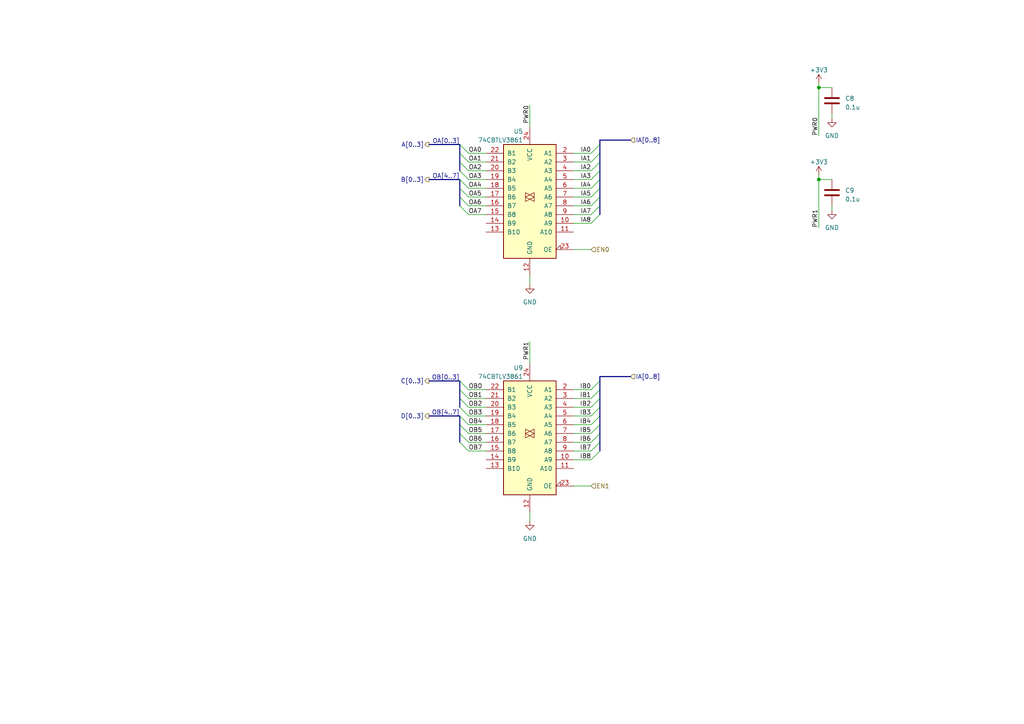
<source format=kicad_sch>
(kicad_sch (version 20230121) (generator eeschema)
  (paper "A4")
  (lib_symbols
    (symbol "74xx:74CBTLV3861" (pin_names (offset 1.016))
      (property "Reference" "U" (at -7.62 16.51 0))
      (property "Value" "74CBTLV3861" (at -7.62 -19.05 0))
      (symbol "74CBTLV3861_1_0"
        (polyline (pts (xy 1.27 0) (xy -1.27 1.27) (xy -1.27 -1.27) (xy 1.27 0)) (stroke (width 0.1524)))
        (polyline (pts (xy 1.27 1.27) (xy -1.27 0) (xy 1.27 -1.27) (xy 1.27 1.27)))
        (pin bidirectional line (at -12.7 -7.62 0) (length 5.08) (name "A9") (number "10"))
        (pin bidirectional line (at -12.7 -10.16 0) (length 5.08) (name "A10") (number "11"))
        (pin power_in line (at 0 -22.86 90) (length 5.08) (name "GND") (number "12"))
        (pin bidirectional line (at 12.7 -10.16 180) (length 5.08) (name "B10") (number "13"))
        (pin bidirectional line (at 12.7 -7.62 180) (length 5.08) (name "B9") (number "14"))
        (pin bidirectional line (at 12.7 -5.08 180) (length 5.08) (name "B8") (number "15"))
        (pin bidirectional line (at 12.7 -2.54 180) (length 5.08) (name "B7") (number "16"))
        (pin bidirectional line (at 12.7 0 180) (length 5.08) (name "B6") (number "17"))
        (pin bidirectional line (at 12.7 2.54 180) (length 5.08) (name "B5") (number "18"))
        (pin bidirectional line (at 12.7 5.08 180) (length 5.08) (name "B4") (number "19"))
        (pin bidirectional line (at -12.7 12.7 0) (length 5.08) (name "A1") (number "2"))
        (pin bidirectional line (at 12.7 7.62 180) (length 5.08) (name "B3") (number "20"))
        (pin bidirectional line (at 12.7 10.16 180) (length 5.08) (name "B2") (number "21"))
        (pin bidirectional line (at 12.7 12.7 180) (length 5.08) (name "B1") (number "22"))
        (pin input input_low (at -12.7 -15.24 0) (length 5.08) (name "OE") (number "23"))
        (pin power_in line (at 0 20.32 270) (length 5.08) (name "VCC") (number "24"))
        (pin bidirectional line (at -12.7 10.16 0) (length 5.08) (name "A2") (number "3"))
        (pin bidirectional line (at -12.7 7.62 0) (length 5.08) (name "A3") (number "4"))
        (pin bidirectional line (at -12.7 5.08 0) (length 5.08) (name "A4") (number "5"))
        (pin bidirectional line (at -12.7 2.54 0) (length 5.08) (name "A5") (number "6"))
        (pin bidirectional line (at -12.7 0 0) (length 5.08) (name "A6") (number "7"))
        (pin bidirectional line (at -12.7 -2.54 0) (length 5.08) (name "A7") (number "8"))
        (pin bidirectional line (at -12.7 -5.08 0) (length 5.08) (name "A8") (number "9"))
      )
      (symbol "74CBTLV3861_1_1"
        (rectangle (start -7.62 15.24) (end 7.62 -17.78) (stroke (width 0.254)) (fill (type background)))
      )
    )
    (symbol "Device:C" (pin_numbers hide) (pin_names (offset 0.254))
      (property "Reference" "C" (at 0.635 2.54 0))
      (property "Value" "C" (at 0.635 -2.54 0))
      (symbol "C_0_1"
        (polyline (pts (xy -2.032 -0.762) (xy 2.032 -0.762)) (stroke (width 0.508)))
        (polyline (pts (xy -2.032 0.762) (xy 2.032 0.762)) (stroke (width 0.508)))
      )
      (symbol "C_1_1"
        (pin passive line (at 0 3.81 270) (length 2.794) (name "~") (number "1"))
        (pin passive line (at 0 -3.81 90) (length 2.794) (name "~") (number "2"))
      )
    )
    (symbol "power:+3V3" (power) (pin_names (offset 0))
      (property "Value" "+3V3" (at 0 3.556 0))
      (symbol "+3V3_0_1"
        (polyline (pts (xy -0.762 1.27) (xy 0 2.54)))
        (polyline (pts (xy 0 0) (xy 0 2.54)))
        (polyline (pts (xy 0 2.54) (xy 0.762 1.27)))
      )
      (symbol "+3V3_1_1"
        (pin power_in line (at 0 0 90) (length 0) hide (name "+3V3") (number "1"))
      )
    )
    (symbol "power:GND" (power) (pin_names (offset 0))
      (property "Value" "GND" (at 0 -3.81 0))
      (symbol "GND_0_1"
        (polyline (pts (xy 0 0) (xy 0 -1.27) (xy 1.27 -1.27) (xy 0 -2.54) (xy -1.27 -1.27) (xy 0 -1.27)))
      )
      (symbol "GND_1_1"
        (pin power_in line (at 0 0 270) (length 0) hide (name "GND") (number "1"))
      )
    )
  )
  (junction (at 237.49 25.4))
  (junction (at 237.49 52.07))
  (bus_entry (at 133.35 113.03) (size 2.54 2.54))
  (bus_entry (at 133.35 46.99) (size 2.54 2.54))
  (bus_entry (at 171.45 115.57) (size 2.54 -2.54))
  (bus_entry (at 171.45 128.27) (size 2.54 -2.54))
  (bus_entry (at 171.45 46.99) (size 2.54 -2.54))
  (bus_entry (at 171.45 57.15) (size 2.54 -2.54))
  (bus_entry (at 171.45 54.61) (size 2.54 -2.54))
  (bus_entry (at 171.45 133.35) (size 2.54 -2.54))
  (bus_entry (at 171.45 123.19) (size 2.54 -2.54))
  (bus_entry (at 171.45 130.81) (size 2.54 -2.54))
  (bus_entry (at 133.35 52.07) (size 2.54 2.54))
  (bus_entry (at 133.35 44.45) (size 2.54 2.54))
  (bus_entry (at 171.45 49.53) (size 2.54 -2.54))
  (bus_entry (at 133.35 54.61) (size 2.54 2.54))
  (bus_entry (at 133.35 115.57) (size 2.54 2.54))
  (bus_entry (at 171.45 59.69) (size 2.54 -2.54))
  (bus_entry (at 133.35 41.91) (size 2.54 2.54))
  (bus_entry (at 133.35 120.65) (size 2.54 2.54))
  (bus_entry (at 133.35 59.69) (size 2.54 2.54))
  (bus_entry (at 133.35 123.19) (size 2.54 2.54))
  (bus_entry (at 171.45 52.07) (size 2.54 -2.54))
  (bus_entry (at 171.45 44.45) (size 2.54 -2.54))
  (bus_entry (at 133.35 118.11) (size 2.54 2.54))
  (bus_entry (at 171.45 120.65) (size 2.54 -2.54))
  (bus_entry (at 171.45 118.11) (size 2.54 -2.54))
  (bus_entry (at 133.35 128.27) (size 2.54 2.54))
  (bus_entry (at 171.45 125.73) (size 2.54 -2.54))
  (bus_entry (at 133.35 110.49) (size 2.54 2.54))
  (bus_entry (at 171.45 62.23) (size 2.54 -2.54))
  (bus_entry (at 133.35 49.53) (size 2.54 2.54))
  (bus_entry (at 133.35 125.73) (size 2.54 2.54))
  (bus_entry (at 133.35 57.15) (size 2.54 2.54))
  (bus_entry (at 171.45 113.03) (size 2.54 -2.54))
  (bus_entry (at 171.45 64.77) (size 2.54 -2.54))
  (wire (pts (xy 140.97 57.15) (xy 135.89 57.15)))
  (bus (pts (xy 173.99 110.49) (xy 173.99 109.22)))
  (bus (pts (xy 173.99 125.73) (xy 173.99 123.19)))
  (bus (pts (xy 173.99 109.22) (xy 182.88 109.22)))
  (bus (pts (xy 133.35 54.61) (xy 133.35 57.15)))
  (wire (pts (xy 166.37 57.15) (xy 171.45 57.15)))
  (bus (pts (xy 133.35 46.99) (xy 133.35 44.45)))
  (bus (pts (xy 173.99 40.64) (xy 182.88 40.64)))
  (bus (pts (xy 133.35 115.57) (xy 133.35 113.03)))
  (wire (pts (xy 140.97 130.81) (xy 135.89 130.81)))
  (bus (pts (xy 173.99 115.57) (xy 173.99 113.03)))
  (wire (pts (xy 153.67 99.06) (xy 153.67 105.41)))
  (bus (pts (xy 173.99 118.11) (xy 173.99 115.57)))
  (wire (pts (xy 237.49 25.4) (xy 237.49 39.37)))
  (bus (pts (xy 133.35 57.15) (xy 133.35 59.69)))
  (bus (pts (xy 124.46 120.65) (xy 133.35 120.65)))
  (bus (pts (xy 173.99 128.27) (xy 173.99 130.81)))
  (wire (pts (xy 140.97 128.27) (xy 135.89 128.27)))
  (wire (pts (xy 140.97 113.03) (xy 135.89 113.03)))
  (wire (pts (xy 166.37 125.73) (xy 171.45 125.73)))
  (bus (pts (xy 173.99 41.91) (xy 173.99 40.64)))
  (bus (pts (xy 173.99 128.27) (xy 173.99 125.73)))
  (wire (pts (xy 166.37 120.65) (xy 171.45 120.65)))
  (bus (pts (xy 124.46 52.07) (xy 133.35 52.07)))
  (wire (pts (xy 166.37 115.57) (xy 171.45 115.57)))
  (wire (pts (xy 166.37 54.61) (xy 171.45 54.61)))
  (wire (pts (xy 237.49 52.07) (xy 237.49 66.04)))
  (wire (pts (xy 140.97 115.57) (xy 135.89 115.57)))
  (wire (pts (xy 166.37 130.81) (xy 171.45 130.81)))
  (wire (pts (xy 237.49 24.13) (xy 237.49 25.4)))
  (wire (pts (xy 140.97 120.65) (xy 135.89 120.65)))
  (wire (pts (xy 153.67 148.59) (xy 153.67 151.13)))
  (wire (pts (xy 140.97 49.53) (xy 135.89 49.53)))
  (bus (pts (xy 173.99 120.65) (xy 173.99 118.11)))
  (wire (pts (xy 140.97 62.23) (xy 135.89 62.23)))
  (wire (pts (xy 166.37 72.39) (xy 171.45 72.39)))
  (wire (pts (xy 166.37 123.19) (xy 171.45 123.19)))
  (bus (pts (xy 173.99 123.19) (xy 173.99 120.65)))
  (bus (pts (xy 173.99 44.45) (xy 173.99 41.91)))
  (wire (pts (xy 166.37 44.45) (xy 171.45 44.45)))
  (bus (pts (xy 133.35 44.45) (xy 133.35 41.91)))
  (bus (pts (xy 173.99 59.69) (xy 173.99 57.15)))
  (wire (pts (xy 140.97 59.69) (xy 135.89 59.69)))
  (wire (pts (xy 166.37 128.27) (xy 171.45 128.27)))
  (bus (pts (xy 173.99 52.07) (xy 173.99 49.53)))
  (wire (pts (xy 140.97 52.07) (xy 135.89 52.07)))
  (bus (pts (xy 173.99 59.69) (xy 173.99 62.23)))
  (wire (pts (xy 166.37 46.99) (xy 171.45 46.99)))
  (wire (pts (xy 237.49 52.07) (xy 241.3 52.07)))
  (wire (pts (xy 153.67 80.01) (xy 153.67 82.55)))
  (wire (pts (xy 237.49 50.8) (xy 237.49 52.07)))
  (bus (pts (xy 133.35 120.65) (xy 133.35 123.19)))
  (wire (pts (xy 166.37 49.53) (xy 171.45 49.53)))
  (wire (pts (xy 166.37 140.97) (xy 171.45 140.97)))
  (wire (pts (xy 166.37 52.07) (xy 171.45 52.07)))
  (bus (pts (xy 173.99 54.61) (xy 173.99 52.07)))
  (bus (pts (xy 133.35 113.03) (xy 133.35 110.49)))
  (wire (pts (xy 166.37 133.35) (xy 171.45 133.35)))
  (wire (pts (xy 140.97 44.45) (xy 135.89 44.45)))
  (bus (pts (xy 133.35 123.19) (xy 133.35 125.73)))
  (wire (pts (xy 166.37 64.77) (xy 171.45 64.77)))
  (wire (pts (xy 166.37 113.03) (xy 171.45 113.03)))
  (wire (pts (xy 166.37 59.69) (xy 171.45 59.69)))
  (bus (pts (xy 173.99 113.03) (xy 173.99 110.49)))
  (wire (pts (xy 140.97 125.73) (xy 135.89 125.73)))
  (wire (pts (xy 166.37 118.11) (xy 171.45 118.11)))
  (wire (pts (xy 153.67 30.48) (xy 153.67 36.83)))
  (bus (pts (xy 124.46 41.91) (xy 133.35 41.91)))
  (wire (pts (xy 166.37 62.23) (xy 171.45 62.23)))
  (bus (pts (xy 133.35 49.53) (xy 133.35 46.99)))
  (wire (pts (xy 140.97 118.11) (xy 135.89 118.11)))
  (bus (pts (xy 173.99 49.53) (xy 173.99 46.99)))
  (bus (pts (xy 133.35 52.07) (xy 133.35 54.61)))
  (wire (pts (xy 241.3 34.29) (xy 241.3 33.02)))
  (wire (pts (xy 241.3 60.96) (xy 241.3 59.69)))
  (bus (pts (xy 133.35 118.11) (xy 133.35 115.57)))
  (bus (pts (xy 124.46 110.49) (xy 133.35 110.49)))
  (wire (pts (xy 140.97 46.99) (xy 135.89 46.99)))
  (bus (pts (xy 133.35 125.73) (xy 133.35 128.27)))
  (wire (pts (xy 140.97 54.61) (xy 135.89 54.61)))
  (bus (pts (xy 173.99 46.99) (xy 173.99 44.45)))
  (wire (pts (xy 140.97 123.19) (xy 135.89 123.19)))
  (bus (pts (xy 173.99 57.15) (xy 173.99 54.61)))
  (wire (pts (xy 237.49 25.4) (xy 241.3 25.4)))
  (label "OB[4..7]" (at 133.35 120.65 180))
  (label "OB4" (at 135.89 123.19 0))
  (label "OA6" (at 135.89 59.69 0))
  (label "IB1" (at 171.45 115.57 180))
  (label "OA1" (at 135.89 46.99 0))
  (label "PWR1" (at 153.67 99.06 270))
  (label "IB2" (at 171.45 118.11 180))
  (label "PWR1" (at 237.49 66.04 90))
  (label "OA5" (at 135.89 57.15 0))
  (label "IA0" (at 171.45 44.45 180))
  (label "OB6" (at 135.89 128.27 0))
  (label "OA0" (at 135.89 44.45 0))
  (label "OB0" (at 135.89 113.03 0))
  (label "OB5" (at 135.89 125.73 0))
  (label "OB3" (at 135.89 120.65 0))
  (label "OA4" (at 135.89 54.61 0))
  (label "PWR0" (at 237.49 39.37 90))
  (label "OB7" (at 135.89 130.81 0))
  (label "IB5" (at 171.45 125.73 180))
  (label "OA3" (at 135.89 52.07 0))
  (label "OB2" (at 135.89 118.11 0))
  (label "OB[0..3]" (at 133.35 110.49 180))
  (label "IA3" (at 171.45 52.07 180))
  (label "OB1" (at 135.89 115.57 0))
  (label "IB6" (at 171.45 128.27 180))
  (label "IB8" (at 171.45 133.35 180))
  (label "IB7" (at 171.45 130.81 180))
  (label "IB0" (at 171.45 113.03 180))
  (label "OA2" (at 135.89 49.53 0))
  (label "IA6" (at 171.45 59.69 180))
  (label "IA7" (at 171.45 62.23 180))
  (label "OA[4..7]" (at 133.35 52.07 180))
  (label "IB4" (at 171.45 123.19 180))
  (label "IB3" (at 171.45 120.65 180))
  (label "OA7" (at 135.89 62.23 0))
  (label "IA5" (at 171.45 57.15 180))
  (label "PWR0" (at 153.67 30.48 270))
  (label "IA1" (at 171.45 46.99 180))
  (label "IA8" (at 171.45 64.77 180))
  (label "IA2" (at 171.45 49.53 180))
  (label "OA[0..3]" (at 133.35 41.91 180))
  (label "IA4" (at 171.45 54.61 180))
  (hierarchical_label "EN0" (shape input) (at 171.45 72.39 0))
  (hierarchical_label "IA[0..8]" (shape input) (at 182.88 109.22 0))
  (hierarchical_label "IA[0..8]" (shape input) (at 182.88 40.64 0))
  (hierarchical_label "D[0..3]" (shape output) (at 124.46 120.65 180))
  (hierarchical_label "A[0..3]" (shape output) (at 124.46 41.91 180))
  (hierarchical_label "EN1" (shape input) (at 171.45 140.97 0))
  (hierarchical_label "C[0..3]" (shape output) (at 124.46 110.49 180))
  (hierarchical_label "B[0..3]" (shape output) (at 124.46 52.07 180))
  (symbol (lib_id "power:GND") (at 241.3 60.96 0) (unit 1)
    (property "Reference" "#PWR013" (effects hide))
    (property "Value" "GND" (at 241.3 66.04 0))
    (instances (project "autoharpie" (path "" (reference "#PWR013") (unit 1)) (path "" (reference "#PWR032") (unit 1)) (path "" (reference "#PWR038") (unit 1)) (path "" (reference "#PWR044") (unit 1))))
  )
  (symbol (lib_id "power:+3V3") (at 237.49 50.8 0) (unit 1)
    (property "Reference" "#PWR012" (effects hide))
    (property "Value" "+3V3" (at 237.49 46.99 0))
    (instances (project "autoharpie" (path "" (reference "#PWR012") (unit 1)) (path "" (reference "#PWR028") (unit 1)) (path "" (reference "#PWR036") (unit 1)) (path "" (reference "#PWR042") (unit 1))))
  )
  (symbol (lib_id "power:+3V3") (at 237.49 24.13 0) (unit 1)
    (property "Reference" "#PWR010" (effects hide))
    (property "Value" "+3V3" (at 237.49 20.32 0))
    (instances (project "autoharpie" (path "" (reference "#PWR010") (unit 1)) (path "" (reference "#PWR016") (unit 1)) (path "" (reference "#PWR035") (unit 1)) (path "" (reference "#PWR041") (unit 1))))
  )
  (symbol (lib_id "74xx:74CBTLV3861") (at 153.67 57.15 0) (mirror y) (unit 1)
    (property "Reference" "U5" (at 151.7141 38.1 0) (effects (justify left)))
    (property "Value" "74CBTLV3861" (at 151.7141 40.64 0) (effects (justify left)))
    (property "Datasheet" "http://www.ti.com/lit/gpn/sn74cbtlv3861" (effects hide))
    (instances (project "autoharpie" (path "" (reference "U5") (unit 1)) (path "" (reference "U2") (unit 1)) (path "" (reference "U10") (unit 1)) (path "" (reference "U12") (unit 1))))
  )
  (symbol (lib_id "power:GND") (at 153.67 82.55 0) (unit 1)
    (property "Reference" "#PWR08" (effects hide))
    (property "Value" "GND" (at 153.67 87.63 0))
    (instances (project "autoharpie" (path "" (reference "#PWR08") (unit 1)) (path "" (reference "#PWR014") (unit 1)) (path "" (reference "#PWR033") (unit 1)) (path "" (reference "#PWR039") (unit 1))))
  )
  (symbol (lib_id "Device:C") (at 241.3 29.21 0) (unit 1)
    (property "Reference" "C8" (at 245.11 28.575 0) (effects (justify left)))
    (property "Value" "0.1u" (at 245.11 31.115 0) (effects (justify left)))
    (instances (project "autoharpie" (path "" (reference "C8") (unit 1)) (path "" (reference "C10") (unit 1)) (path "" (reference "C12") (unit 1)) (path "" (reference "C15") (unit 1))))
  )
  (symbol (lib_id "power:GND") (at 241.3 34.29 0) (unit 1)
    (property "Reference" "#PWR011" (effects hide))
    (property "Value" "GND" (at 241.3 39.37 0))
    (instances (project "autoharpie" (path "" (reference "#PWR011") (unit 1)) (path "" (reference "#PWR031") (unit 1)) (path "" (reference "#PWR037") (unit 1)) (path "" (reference "#PWR043") (unit 1))))
  )
  (symbol (lib_id "power:GND") (at 153.67 151.13 0) (unit 1)
    (property "Reference" "#PWR09" (effects hide))
    (property "Value" "GND" (at 153.67 156.21 0))
    (instances (project "autoharpie" (path "" (reference "#PWR09") (unit 1)) (path "" (reference "#PWR015") (unit 1)) (path "" (reference "#PWR034") (unit 1)) (path "" (reference "#PWR040") (unit 1))))
  )
  (symbol (lib_id "74xx:74CBTLV3861") (at 153.67 125.73 0) (mirror y) (unit 1)
    (property "Reference" "U9" (at 151.7141 106.68 0) (effects (justify left)))
    (property "Value" "74CBTLV3861" (at 151.7141 109.22 0) (effects (justify left)))
    (property "Datasheet" "http://www.ti.com/lit/gpn/sn74cbtlv3861" (effects hide))
    (instances (project "autoharpie" (path "" (reference "U9") (unit 1)) (path "" (reference "U8") (unit 1)) (path "" (reference "U11") (unit 1)) (path "" (reference "U13") (unit 1))))
  )
  (symbol (lib_id "Device:C") (at 241.3 55.88 0) (unit 1)
    (property "Reference" "C9" (at 245.11 55.245 0) (effects (justify left)))
    (property "Value" "0.1u" (at 245.11 57.785 0) (effects (justify left)))
    (instances (project "autoharpie" (path "" (reference "C9") (unit 1)) (path "" (reference "C11") (unit 1)) (path "" (reference "C13") (unit 1)) (path "" (reference "C16") (unit 1))))
  )
)
</source>
